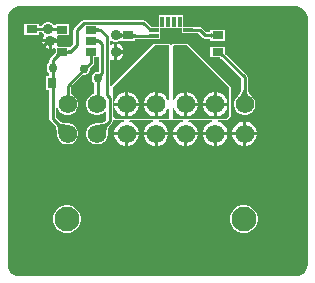
<source format=gbr>
%TF.GenerationSoftware,Altium Limited,Altium Designer,24.1.2 (44)*%
G04 Layer_Physical_Order=1*
G04 Layer_Color=255*
%FSLAX45Y45*%
%MOMM*%
%TF.SameCoordinates,140E097B-8517-4C1D-959E-99074445C54D*%
%TF.FilePolarity,Positive*%
%TF.FileFunction,Copper,L1,Top,Signal*%
%TF.Part,Single*%
G01*
G75*
%TA.AperFunction,SMDPad,CuDef*%
%ADD10C,0.76200*%
%ADD11R,0.66040X0.96520*%
%ADD12R,0.96520X0.66040*%
%ADD13R,0.90000X0.65000*%
%TA.AperFunction,SMDPad,SMDef*%
%ADD14R,0.30000X0.50000*%
%TA.AperFunction,SMDPad,CuDef*%
%ADD15R,0.85000X0.30000*%
%ADD16R,0.30000X0.85000*%
%TA.AperFunction,Conductor*%
%ADD17C,0.25400*%
%ADD18R,0.80000X1.30000*%
%ADD19R,0.80000X1.30000*%
%TA.AperFunction,ComponentPad*%
%ADD20C,1.56000*%
%ADD21C,2.10000*%
%TA.AperFunction,ViaPad*%
%ADD22C,0.88900*%
G36*
X1198035Y1139096D02*
X1216526Y1131437D01*
X1233166Y1120318D01*
X1247318Y1106166D01*
X1258437Y1089526D01*
X1266096Y1071035D01*
X1270000Y1051407D01*
Y1041400D01*
Y-1041400D01*
Y-1051407D01*
X1266096Y-1071036D01*
X1258437Y-1089526D01*
X1247318Y-1106166D01*
X1233166Y-1120318D01*
X1216526Y-1131437D01*
X1198035Y-1139096D01*
X1178407Y-1143000D01*
X-1178407D01*
X-1198036Y-1139096D01*
X-1216526Y-1131437D01*
X-1233166Y-1120318D01*
X-1247318Y-1106166D01*
X-1258437Y-1089526D01*
X-1266096Y-1071036D01*
X-1270000Y-1051407D01*
Y-1041400D01*
Y1041400D01*
Y1051407D01*
X-1266096Y1071035D01*
X-1258437Y1089526D01*
X-1247318Y1106166D01*
X-1233166Y1120318D01*
X-1216526Y1131437D01*
X-1198036Y1139096D01*
X-1178407Y1143000D01*
X1178407D01*
X1198035Y1139096D01*
D02*
G37*
%LPC*%
G36*
X-915732Y1009650D02*
X-938468D01*
X-959473Y1000949D01*
X-975549Y984873D01*
X-979547Y975223D01*
X-1005840D01*
Y991870D01*
X-1127760D01*
Y900430D01*
X-1005840D01*
Y923427D01*
X-976917D01*
X-975549Y920127D01*
X-959473Y904051D01*
X-964180Y892254D01*
X-972490Y877861D01*
X-976311Y863600D01*
X-875895D01*
X-875656Y863606D01*
Y882015D01*
X-872032Y878516D01*
X-868379Y875386D01*
X-864698Y872623D01*
X-860988Y870229D01*
X-857250Y868204D01*
X-855515Y867440D01*
X-854303Y868172D01*
X-852504Y869823D01*
X-851219Y871728D01*
X-850447Y873887D01*
X-850190Y876300D01*
Y865428D01*
X-849689Y865257D01*
X-845865Y864337D01*
X-842013Y863784D01*
X-838494Y863617D01*
X-842310Y877861D01*
X-848164Y888000D01*
X-841239Y900700D01*
X-748100D01*
Y991100D01*
X-863500D01*
Y981483D01*
X-876200Y978957D01*
X-878651Y984873D01*
X-894727Y1000949D01*
X-915732Y1009650D01*
D02*
G37*
G36*
X217000Y1066300D02*
X11600D01*
Y968800D01*
X-49275D01*
X-102587Y1022113D01*
X-110989Y1027726D01*
X-120900Y1029698D01*
X-621321D01*
X-631232Y1027726D01*
X-639633Y1022113D01*
X-704112Y957634D01*
X-709726Y949232D01*
X-711697Y939321D01*
Y823527D01*
X-738218Y797007D01*
X-748100Y801101D01*
Y801100D01*
X-841238D01*
X-848164Y813800D01*
X-842310Y823939D01*
X-838494Y838183D01*
X-842013Y838016D01*
X-845865Y837463D01*
X-849689Y836543D01*
X-850190Y836372D01*
Y825500D01*
X-850447Y827913D01*
X-851219Y830072D01*
X-852504Y831977D01*
X-854303Y833628D01*
X-855515Y834360D01*
X-857250Y833596D01*
X-860988Y831571D01*
X-864698Y829177D01*
X-868379Y826414D01*
X-872032Y823284D01*
X-875656Y819785D01*
Y838194D01*
X-875895Y838200D01*
X-894700D01*
Y781989D01*
X-880439Y785810D01*
X-876200Y788258D01*
X-863500Y780925D01*
Y762241D01*
X-863761Y761818D01*
X-863500Y760715D01*
Y760681D01*
X-863937Y759626D01*
X-863500Y758570D01*
Y750942D01*
X-864125Y749862D01*
X-866322Y746731D01*
X-873587Y738177D01*
X-878341Y733257D01*
X-878845Y731981D01*
X-907312Y703513D01*
X-912926Y695111D01*
X-914898Y685200D01*
Y666259D01*
X-917776Y665066D01*
X-932066Y650776D01*
X-939800Y632105D01*
Y611896D01*
X-932066Y593224D01*
X-917776Y578934D01*
X-914898Y577742D01*
Y556260D01*
X-941070D01*
Y434340D01*
X-914898D01*
Y190500D01*
X-912926Y180589D01*
X-907312Y172188D01*
X-869269Y134145D01*
X-868917Y133072D01*
X-865913Y129576D01*
X-863638Y126047D01*
X-861465Y121601D01*
X-859465Y116200D01*
X-857703Y109849D01*
X-856229Y102557D01*
X-855098Y94510D01*
X-853819Y75117D01*
X-853742Y64184D01*
X-852700Y61716D01*
Y51559D01*
X-846519Y28491D01*
X-834578Y7809D01*
X-817691Y-9078D01*
X-797009Y-21019D01*
X-773941Y-27200D01*
X-750059D01*
X-726991Y-21019D01*
X-706309Y-9078D01*
X-689422Y7809D01*
X-677481Y28491D01*
X-671300Y51559D01*
Y75441D01*
X-677481Y98509D01*
X-689422Y119191D01*
X-706309Y136078D01*
X-726991Y148019D01*
X-750059Y154200D01*
X-760216D01*
X-762684Y155242D01*
X-773617Y155319D01*
X-793010Y156598D01*
X-801057Y157729D01*
X-808351Y159204D01*
X-814700Y160965D01*
X-820099Y162964D01*
X-824547Y165138D01*
X-828076Y167413D01*
X-831572Y170417D01*
X-832645Y170769D01*
X-863102Y201227D01*
Y291313D01*
X-850402Y292985D01*
X-846519Y278491D01*
X-834578Y257809D01*
X-817691Y240922D01*
X-797009Y228981D01*
X-773941Y222800D01*
X-750059D01*
X-726991Y228981D01*
X-706309Y240922D01*
X-689422Y257809D01*
X-677481Y278491D01*
X-671300Y301559D01*
Y325441D01*
X-677481Y348509D01*
X-689422Y369191D01*
X-706309Y386078D01*
X-726991Y398019D01*
X-736102Y400460D01*
Y459173D01*
X-635283Y559992D01*
X-632405Y558800D01*
X-612195D01*
X-593524Y566534D01*
X-579234Y580824D01*
X-571500Y599495D01*
Y619705D01*
X-572692Y622583D01*
X-547488Y647788D01*
X-541874Y656189D01*
X-539902Y666100D01*
Y710700D01*
X-508498D01*
X-508100Y710700D01*
X-495798Y709740D01*
Y595934D01*
X-497896Y584200D01*
X-518105D01*
X-536776Y576466D01*
X-551066Y562176D01*
X-558800Y543505D01*
Y523295D01*
X-551066Y504624D01*
X-536776Y490334D01*
X-533898Y489142D01*
Y401532D01*
X-547009Y398019D01*
X-567691Y386078D01*
X-584578Y369191D01*
X-596519Y348509D01*
X-602700Y325441D01*
Y301559D01*
X-596519Y278491D01*
X-584578Y257809D01*
X-567691Y240922D01*
X-547009Y228981D01*
X-523941Y222800D01*
X-500059D01*
X-476991Y228981D01*
X-456309Y240922D01*
X-444998Y252233D01*
X-432298Y246973D01*
Y179827D01*
X-441355Y170769D01*
X-442428Y170417D01*
X-445924Y167413D01*
X-449453Y165138D01*
X-453899Y162965D01*
X-459300Y160965D01*
X-465651Y159203D01*
X-472943Y157729D01*
X-480990Y156598D01*
X-500383Y155319D01*
X-511316Y155242D01*
X-513784Y154200D01*
X-523941D01*
X-547009Y148019D01*
X-567691Y136078D01*
X-584578Y119191D01*
X-596519Y98509D01*
X-602700Y75441D01*
Y51559D01*
X-596519Y28491D01*
X-584578Y7809D01*
X-567691Y-9078D01*
X-547009Y-21019D01*
X-523941Y-27200D01*
X-500059D01*
X-476991Y-21019D01*
X-456309Y-9078D01*
X-439422Y7809D01*
X-427481Y28491D01*
X-421300Y51559D01*
Y61716D01*
X-420258Y64184D01*
X-420181Y75117D01*
X-418902Y94510D01*
X-417771Y102557D01*
X-416296Y109851D01*
X-414535Y116200D01*
X-412536Y121599D01*
X-410362Y126047D01*
X-408087Y129576D01*
X-405083Y133072D01*
X-404731Y134145D01*
X-388088Y150788D01*
X-382474Y159189D01*
X-380502Y169100D01*
Y179368D01*
X-368769Y184228D01*
X-365320Y180780D01*
X-355600Y176753D01*
X-355599Y176754D01*
X-287908D01*
X-286236Y164054D01*
X-301911Y159853D01*
X-325489Y146240D01*
X-344740Y126989D01*
X-358353Y103411D01*
X-365400Y77113D01*
Y76200D01*
X-158600D01*
Y77113D01*
X-165647Y103411D01*
X-179259Y126989D01*
X-198511Y146240D01*
X-222089Y159853D01*
X-237764Y164054D01*
X-236092Y176754D01*
X-37908D01*
X-36236Y164054D01*
X-51911Y159853D01*
X-75489Y146240D01*
X-94740Y126989D01*
X-108353Y103411D01*
X-115400Y77113D01*
Y76200D01*
X91400D01*
Y77113D01*
X84353Y103411D01*
X70741Y126989D01*
X51489Y146240D01*
X27911Y159853D01*
X12236Y164054D01*
X13908Y176754D01*
X97601D01*
X107321Y180779D01*
X117280D01*
X117280Y180780D01*
X127000Y176754D01*
X212092D01*
X213764Y164054D01*
X198089Y159853D01*
X174511Y146240D01*
X155260Y126989D01*
X141647Y103411D01*
X134600Y77113D01*
Y76200D01*
X341400D01*
Y77113D01*
X334353Y103411D01*
X320741Y126989D01*
X301489Y146240D01*
X277911Y159853D01*
X262236Y164054D01*
X263908Y176754D01*
X462092D01*
X463764Y164054D01*
X448089Y159853D01*
X424511Y146240D01*
X405260Y126989D01*
X391647Y103411D01*
X384600Y77113D01*
Y76200D01*
X591400D01*
Y77113D01*
X584353Y103411D01*
X570741Y126989D01*
X551489Y146240D01*
X527911Y159853D01*
X512236Y164054D01*
X513908Y176754D01*
X581600D01*
X591320Y180780D01*
X591321Y180780D01*
X616720Y206180D01*
X620747Y215900D01*
X620747Y215901D01*
Y457199D01*
X620747Y457200D01*
X616720Y466920D01*
X261120Y822520D01*
X251400Y826547D01*
X251400Y826546D01*
X135696D01*
X135034Y826272D01*
X134348Y826480D01*
X130259Y824295D01*
X125976Y822520D01*
X125701Y821858D01*
X125070Y821521D01*
X124999Y821435D01*
X114380Y816005D01*
X107321Y822520D01*
X97601Y826546D01*
X-25399D01*
X-25400Y826547D01*
X-35120Y822520D01*
X-390720Y466920D01*
X-393202Y460928D01*
X-405902Y463455D01*
Y690143D01*
X-393202Y696704D01*
X-382561Y690560D01*
X-368300Y686739D01*
Y755650D01*
Y824561D01*
X-382561Y820740D01*
X-393202Y814596D01*
X-405902Y821157D01*
Y846870D01*
X-393202Y852130D01*
X-387973Y846901D01*
X-366968Y838200D01*
X-344232D01*
X-326525Y845535D01*
X-314959Y849629D01*
X-314960Y849630D01*
X-314959Y849630D01*
X-193040D01*
Y865306D01*
X-192737Y865428D01*
X-190864Y865927D01*
X-188179Y866369D01*
X-184755Y866667D01*
X-180287Y866783D01*
X-179064Y867328D01*
X-85900D01*
Y863400D01*
X24500D01*
Y955900D01*
X204100D01*
Y913400D01*
X299705D01*
X301495Y912659D01*
X302787Y913193D01*
X304158Y912918D01*
X314501Y913400D01*
Y914119D01*
X322539Y914635D01*
X326952Y914654D01*
X328262Y915203D01*
X346018D01*
X384183Y877038D01*
X392584Y871424D01*
X402495Y869452D01*
X433064D01*
X434288Y868908D01*
X438755Y868792D01*
X442180Y868493D01*
X444864Y868051D01*
X446736Y867553D01*
X447040Y867430D01*
Y849630D01*
X568960D01*
Y941070D01*
X447040D01*
Y923269D01*
X446737Y923147D01*
X444864Y922649D01*
X442179Y922207D01*
X438755Y921908D01*
X434287Y921792D01*
X433064Y921248D01*
X413222D01*
X375057Y959413D01*
X366655Y965027D01*
X356745Y966998D01*
X328414D01*
X327165Y967544D01*
X314501Y967793D01*
Y968801D01*
X304158Y969283D01*
X302787Y969007D01*
X301495Y969542D01*
X299705Y968800D01*
X217000D01*
Y1066300D01*
D02*
G37*
G36*
X-920100Y838200D02*
X-976311D01*
X-972490Y823939D01*
X-963294Y808011D01*
X-950289Y795006D01*
X-934361Y785810D01*
X-920100Y781989D01*
Y838200D01*
D02*
G37*
G36*
X-342900Y824561D02*
Y768350D01*
X-327355D01*
X-323856Y768442D01*
Y786765D01*
X-320232Y783266D01*
X-316579Y780136D01*
X-312898Y777373D01*
X-309188Y774979D01*
X-305788Y773137D01*
X-304241Y774573D01*
X-302971Y776478D01*
X-302209Y778637D01*
X-301955Y781050D01*
Y771416D01*
X-301684Y771296D01*
X-297889Y770007D01*
X-294065Y769087D01*
X-290213Y768534D01*
X-286694Y768367D01*
X-290510Y782611D01*
X-299706Y798539D01*
X-312711Y811544D01*
X-328639Y820740D01*
X-342900Y824561D01*
D02*
G37*
G36*
X-327355Y742950D02*
X-342900D01*
Y686739D01*
X-328639Y690560D01*
X-312711Y699756D01*
X-299706Y712761D01*
X-290510Y728689D01*
X-286694Y742933D01*
X-290213Y742766D01*
X-294065Y742213D01*
X-297889Y741293D01*
X-301684Y740004D01*
X-301955Y739884D01*
Y730250D01*
X-302209Y732663D01*
X-302971Y734822D01*
X-304241Y736727D01*
X-305788Y738163D01*
X-309188Y736321D01*
X-312898Y733927D01*
X-316579Y731164D01*
X-320232Y728034D01*
X-323856Y724535D01*
Y742858D01*
X-327355Y742950D01*
D02*
G37*
G36*
X568960Y801370D02*
X447040D01*
Y709930D01*
X516953D01*
X517891Y709356D01*
X518990Y709621D01*
X520034Y709188D01*
X521825Y709930D01*
X528556D01*
X529927Y709146D01*
X533025Y706991D01*
X541524Y699800D01*
X546407Y695085D01*
X547683Y694583D01*
X710702Y531563D01*
Y439060D01*
X710193Y438052D01*
X709848Y433501D01*
X708968Y429403D01*
X707367Y424691D01*
X704971Y419401D01*
X701739Y413579D01*
X697648Y407273D01*
X692777Y400640D01*
X680068Y385687D01*
X672455Y377695D01*
X671531Y375299D01*
X665422Y369191D01*
X653481Y348509D01*
X647300Y325441D01*
Y301559D01*
X653481Y278491D01*
X665422Y257809D01*
X682309Y240922D01*
X702991Y228981D01*
X726059Y222800D01*
X749941D01*
X773009Y228981D01*
X793691Y240922D01*
X810578Y257809D01*
X822519Y278491D01*
X828700Y301559D01*
Y325441D01*
X822519Y348509D01*
X810578Y369191D01*
X802369Y377400D01*
X801395Y379811D01*
X786487Y394977D01*
X780674Y401725D01*
X775660Y408211D01*
X771533Y414294D01*
X768273Y419948D01*
X765863Y425118D01*
X764250Y429770D01*
X763359Y433873D01*
X763007Y438514D01*
X762498Y439522D01*
Y542290D01*
X760526Y552201D01*
X754912Y560602D01*
X584440Y731075D01*
X583989Y732289D01*
X574994Y741976D01*
X572005Y745712D01*
X569743Y748964D01*
X568960Y750334D01*
Y757065D01*
X569702Y758856D01*
X569269Y759900D01*
X569534Y760999D01*
X568960Y761936D01*
Y801370D01*
D02*
G37*
G36*
X751613Y166900D02*
X750700D01*
Y76200D01*
X841400D01*
Y77113D01*
X834353Y103411D01*
X820741Y126989D01*
X801489Y146240D01*
X777911Y159853D01*
X751613Y166900D01*
D02*
G37*
G36*
X725300D02*
X724387D01*
X698089Y159853D01*
X674511Y146240D01*
X655260Y126989D01*
X641647Y103411D01*
X634600Y77113D01*
Y76200D01*
X725300D01*
Y166900D01*
D02*
G37*
G36*
X841400Y50800D02*
X750700D01*
Y-39900D01*
X751613D01*
X777911Y-32853D01*
X801489Y-19240D01*
X820741Y11D01*
X834353Y23589D01*
X841400Y49887D01*
Y50800D01*
D02*
G37*
G36*
X725300D02*
X634600D01*
Y49887D01*
X641647Y23589D01*
X655260Y11D01*
X674511Y-19240D01*
X698089Y-32853D01*
X724387Y-39900D01*
X725300D01*
Y50800D01*
D02*
G37*
G36*
X591400D02*
X500700D01*
Y-39900D01*
X501613D01*
X527911Y-32853D01*
X551489Y-19240D01*
X570741Y11D01*
X584353Y23589D01*
X591400Y49887D01*
Y50800D01*
D02*
G37*
G36*
X475300D02*
X384600D01*
Y49887D01*
X391647Y23589D01*
X405260Y11D01*
X424511Y-19240D01*
X448089Y-32853D01*
X474387Y-39900D01*
X475300D01*
Y50800D01*
D02*
G37*
G36*
X341400D02*
X250700D01*
Y-39900D01*
X251613D01*
X277911Y-32853D01*
X301489Y-19240D01*
X320741Y11D01*
X334353Y23589D01*
X341400Y49887D01*
Y50800D01*
D02*
G37*
G36*
X225300D02*
X134600D01*
Y49887D01*
X141647Y23589D01*
X155260Y11D01*
X174511Y-19240D01*
X198089Y-32853D01*
X224387Y-39900D01*
X225300D01*
Y50800D01*
D02*
G37*
G36*
X91400D02*
X700D01*
Y-39900D01*
X1613D01*
X27911Y-32853D01*
X51489Y-19240D01*
X70741Y11D01*
X84353Y23589D01*
X91400Y49887D01*
Y50800D01*
D02*
G37*
G36*
X-24700D02*
X-115400D01*
Y49887D01*
X-108353Y23589D01*
X-94740Y11D01*
X-75489Y-19240D01*
X-51911Y-32853D01*
X-25613Y-39900D01*
X-24700D01*
Y50800D01*
D02*
G37*
G36*
X-158600D02*
X-249300D01*
Y-39900D01*
X-248387D01*
X-222089Y-32853D01*
X-198511Y-19240D01*
X-179259Y11D01*
X-165647Y23589D01*
X-158600Y49887D01*
Y50800D01*
D02*
G37*
G36*
X-274700D02*
X-365400D01*
Y49887D01*
X-358353Y23589D01*
X-344740Y11D01*
X-325489Y-19240D01*
X-301911Y-32853D01*
X-275613Y-39900D01*
X-274700D01*
Y50800D01*
D02*
G37*
G36*
X745995Y-541300D02*
X715004D01*
X685069Y-549321D01*
X658230Y-564816D01*
X636316Y-586730D01*
X620821Y-613570D01*
X612800Y-643504D01*
Y-674495D01*
X620821Y-704430D01*
X636316Y-731270D01*
X658230Y-753183D01*
X685069Y-768679D01*
X715004Y-776700D01*
X745995D01*
X775930Y-768679D01*
X802770Y-753183D01*
X824683Y-731270D01*
X840179Y-704430D01*
X848200Y-674495D01*
Y-643504D01*
X840179Y-613570D01*
X824683Y-586730D01*
X802770Y-564816D01*
X775930Y-549321D01*
X745995Y-541300D01*
D02*
G37*
G36*
X-751504D02*
X-782496D01*
X-812430Y-549321D01*
X-839270Y-564816D01*
X-861183Y-586730D01*
X-876679Y-613570D01*
X-884700Y-643504D01*
Y-674495D01*
X-876679Y-704430D01*
X-861183Y-731270D01*
X-839270Y-753183D01*
X-812430Y-768679D01*
X-782496Y-776700D01*
X-751504D01*
X-721570Y-768679D01*
X-694730Y-753183D01*
X-672817Y-731270D01*
X-657321Y-704430D01*
X-649300Y-674495D01*
Y-643504D01*
X-657321Y-613570D01*
X-672817Y-586730D01*
X-694730Y-564816D01*
X-721570Y-549321D01*
X-751504Y-541300D01*
D02*
G37*
%LPD*%
G36*
X301749Y955416D02*
X302511Y955077D01*
X303781Y954778D01*
X305559Y954519D01*
X310639Y954120D01*
X326895Y953800D01*
Y928400D01*
X322069Y928380D01*
X302511Y927123D01*
X301749Y926784D01*
X301495Y926405D01*
Y955795D01*
X301749Y955416D01*
D02*
G37*
G36*
X-520851Y968887D02*
X-520089Y966728D01*
X-518819Y964823D01*
X-517041Y963172D01*
X-514755Y961775D01*
X-511961Y960632D01*
X-508659Y959743D01*
X-504849Y959108D01*
X-500531Y958727D01*
X-495705Y958600D01*
Y933200D01*
X-500531Y933073D01*
X-504849Y932692D01*
X-508659Y932057D01*
X-511961Y931168D01*
X-514755Y930025D01*
X-517041Y928628D01*
X-518819Y926977D01*
X-520089Y925072D01*
X-520851Y922913D01*
X-521105Y920500D01*
Y971300D01*
X-520851Y968887D01*
D02*
G37*
G36*
X460350Y869950D02*
X460093Y872363D01*
X459321Y874522D01*
X458036Y876427D01*
X456237Y878078D01*
X453923Y879475D01*
X451096Y880618D01*
X447754Y881507D01*
X443899Y882142D01*
X439529Y882523D01*
X434645Y882650D01*
Y908050D01*
X439529Y908177D01*
X443899Y908558D01*
X447754Y909193D01*
X451096Y910082D01*
X453923Y911225D01*
X456237Y912622D01*
X458036Y914273D01*
X459321Y916178D01*
X460093Y918337D01*
X460350Y920750D01*
Y869950D01*
D02*
G37*
G36*
X-320232Y922966D02*
X-316579Y919836D01*
X-312898Y917073D01*
X-309188Y914679D01*
X-305788Y912837D01*
X-304241Y914273D01*
X-302971Y916178D01*
X-302209Y918337D01*
X-301955Y920750D01*
Y911116D01*
X-301684Y910996D01*
X-297889Y909707D01*
X-294065Y908787D01*
X-290213Y908234D01*
X-286333Y908050D01*
Y882650D01*
X-290213Y882466D01*
X-294065Y881913D01*
X-297889Y880993D01*
X-301684Y879704D01*
X-301955Y879584D01*
Y869950D01*
X-302209Y872363D01*
X-302971Y874522D01*
X-304241Y876427D01*
X-305788Y877863D01*
X-309188Y876021D01*
X-312898Y873627D01*
X-316579Y870864D01*
X-320232Y867734D01*
X-323856Y864235D01*
Y882558D01*
X-327355Y882650D01*
Y908050D01*
X-323856Y908142D01*
Y926465D01*
X-320232Y922966D01*
D02*
G37*
G36*
X-206093Y916212D02*
X-205321Y914053D01*
X-204036Y912148D01*
X-202237Y910497D01*
X-199923Y909100D01*
X-197096Y907957D01*
X-193754Y907068D01*
X-189899Y906433D01*
X-185529Y906052D01*
X-180645Y905925D01*
Y880525D01*
X-185529Y880398D01*
X-189899Y880017D01*
X-193754Y879382D01*
X-197096Y878493D01*
X-199923Y877350D01*
X-202237Y875953D01*
X-204036Y874302D01*
X-205321Y872397D01*
X-206093Y870238D01*
X-206350Y867825D01*
Y918625D01*
X-206093Y916212D01*
D02*
G37*
G36*
X-520851Y873887D02*
X-520089Y871728D01*
X-518819Y869823D01*
X-517041Y868172D01*
X-514755Y866775D01*
X-511961Y865632D01*
X-508659Y864743D01*
X-504849Y864108D01*
X-500531Y863727D01*
X-495705Y863600D01*
Y838200D01*
X-500531Y838073D01*
X-504849Y837692D01*
X-508659Y837057D01*
X-511961Y836168D01*
X-514755Y835025D01*
X-517041Y833628D01*
X-518819Y831977D01*
X-520089Y830072D01*
X-520851Y827913D01*
X-521105Y825500D01*
Y876300D01*
X-520851Y873887D01*
D02*
G37*
G36*
X-760921Y773221D02*
X-760369Y772251D01*
X-759449Y771396D01*
X-758160Y770654D01*
X-756504Y770026D01*
X-754479Y769513D01*
X-752086Y769114D01*
X-749326Y768828D01*
X-742700Y768600D01*
Y743200D01*
X-746197Y743143D01*
X-752086Y742687D01*
X-754479Y742287D01*
X-756504Y741774D01*
X-758160Y741146D01*
X-759449Y740405D01*
X-760369Y739549D01*
X-760921Y738579D01*
X-761105Y737495D01*
Y774305D01*
X-760921Y773221D01*
D02*
G37*
G36*
X-814574Y724010D02*
X-816522Y725416D01*
X-818836Y726104D01*
X-821515Y726073D01*
X-824559Y725325D01*
X-827968Y723857D01*
X-831743Y721672D01*
X-835883Y718767D01*
X-840388Y715145D01*
X-850495Y705744D01*
X-868456Y723705D01*
X-863396Y728941D01*
X-855433Y738317D01*
X-852528Y742457D01*
X-850343Y746232D01*
X-848875Y749641D01*
X-848127Y752685D01*
X-848096Y755364D01*
X-848784Y757678D01*
X-850190Y759626D01*
X-814574Y724010D01*
D02*
G37*
G36*
X97601Y353041D02*
X84901Y351369D01*
X84353Y353411D01*
X70741Y376989D01*
X51489Y396241D01*
X27911Y409853D01*
X1613Y416900D01*
X700D01*
Y313500D01*
Y210100D01*
X1613D01*
X27911Y217147D01*
X51489Y230760D01*
X70741Y250011D01*
X84353Y273589D01*
X84901Y275631D01*
X97601Y273959D01*
Y190500D01*
X-355600D01*
X-381000Y215900D01*
Y457200D01*
X-25400Y812800D01*
X97601D01*
Y353041D01*
D02*
G37*
G36*
X607000Y457200D02*
Y215900D01*
X581600Y190500D01*
X127000D01*
Y279182D01*
X139700Y280854D01*
X141647Y273589D01*
X155260Y250011D01*
X174511Y230760D01*
X198089Y217147D01*
X224387Y210100D01*
X225300D01*
Y313500D01*
Y416900D01*
X224387D01*
X198089Y409853D01*
X174511Y396241D01*
X155260Y376989D01*
X141647Y353411D01*
X139700Y346146D01*
X127000Y347818D01*
Y664355D01*
X128226Y666190D01*
X130198Y676101D01*
Y806100D01*
X135696Y812800D01*
X251400D01*
X607000Y457200D01*
D02*
G37*
G36*
X-415509Y142031D02*
X-419128Y137818D01*
X-422355Y132814D01*
X-425188Y127019D01*
X-427627Y120431D01*
X-429674Y113052D01*
X-431326Y104881D01*
X-432586Y95919D01*
X-433925Y75618D01*
X-434004Y64280D01*
X-511220Y141496D01*
X-499882Y141575D01*
X-479581Y142914D01*
X-470619Y144174D01*
X-462448Y145826D01*
X-455069Y147873D01*
X-448481Y150312D01*
X-442686Y153145D01*
X-437682Y156372D01*
X-433469Y159991D01*
X-415509Y142031D01*
D02*
G37*
G36*
X-836318Y156372D02*
X-831314Y153145D01*
X-825519Y150312D01*
X-818931Y147873D01*
X-811552Y145826D01*
X-803381Y144174D01*
X-794419Y142914D01*
X-774118Y141575D01*
X-762780Y141496D01*
X-839996Y64280D01*
X-840075Y75618D01*
X-841414Y95919D01*
X-842674Y104881D01*
X-844326Y113052D01*
X-846373Y120431D01*
X-848812Y127019D01*
X-851645Y132814D01*
X-854872Y137818D01*
X-858491Y142031D01*
X-840531Y159991D01*
X-836318Y156372D01*
D02*
G37*
%LPC*%
G36*
X-24700Y416900D02*
X-25613D01*
X-51911Y409853D01*
X-75489Y396241D01*
X-94740Y376989D01*
X-108353Y353411D01*
X-115400Y327113D01*
Y326200D01*
X-24700D01*
Y416900D01*
D02*
G37*
G36*
X-248387D02*
X-249300D01*
Y326200D01*
X-158600D01*
Y327113D01*
X-165647Y353411D01*
X-179259Y376989D01*
X-198511Y396241D01*
X-222089Y409853D01*
X-248387Y416900D01*
D02*
G37*
G36*
X-274700D02*
X-275613D01*
X-301911Y409853D01*
X-325489Y396241D01*
X-344740Y376989D01*
X-358353Y353411D01*
X-365400Y327113D01*
Y326200D01*
X-274700D01*
Y416900D01*
D02*
G37*
G36*
X-24700Y300800D02*
X-115400D01*
Y299887D01*
X-108353Y273589D01*
X-94740Y250011D01*
X-75489Y230760D01*
X-51911Y217147D01*
X-25613Y210100D01*
X-24700D01*
Y300800D01*
D02*
G37*
G36*
X-158600D02*
X-249300D01*
Y210100D01*
X-248387D01*
X-222089Y217147D01*
X-198511Y230760D01*
X-179259Y250011D01*
X-165647Y273589D01*
X-158600Y299887D01*
Y300800D01*
D02*
G37*
G36*
X-274700D02*
X-365400D01*
Y299887D01*
X-358353Y273589D01*
X-344740Y250011D01*
X-325489Y230760D01*
X-301911Y217147D01*
X-275613Y210100D01*
X-274700D01*
Y300800D01*
D02*
G37*
G36*
X501613Y416900D02*
X500700D01*
Y326200D01*
X591400D01*
Y327113D01*
X584353Y353411D01*
X570741Y376989D01*
X551489Y396241D01*
X527911Y409853D01*
X501613Y416900D01*
D02*
G37*
G36*
X475300D02*
X474387D01*
X448089Y409853D01*
X424511Y396241D01*
X405260Y376989D01*
X391647Y353411D01*
X384600Y327113D01*
Y326200D01*
X475300D01*
Y416900D01*
D02*
G37*
G36*
X251613D02*
X250700D01*
Y326200D01*
X341400D01*
Y327113D01*
X334353Y353411D01*
X320741Y376989D01*
X301489Y396241D01*
X277911Y409853D01*
X251613Y416900D01*
D02*
G37*
G36*
X591400Y300800D02*
X500700D01*
Y210100D01*
X501613D01*
X527911Y217147D01*
X551489Y230760D01*
X570741Y250011D01*
X584353Y273589D01*
X591400Y299887D01*
Y300800D01*
D02*
G37*
G36*
X475300D02*
X384600D01*
Y299887D01*
X391647Y273589D01*
X405260Y250011D01*
X424511Y230760D01*
X448089Y217147D01*
X474387Y210100D01*
X475300D01*
Y300800D01*
D02*
G37*
G36*
X341400D02*
X250700D01*
Y210100D01*
X251613D01*
X277911Y217147D01*
X301489Y230760D01*
X320741Y250011D01*
X334353Y273589D01*
X341400Y299887D01*
Y300800D01*
D02*
G37*
%LPD*%
G36*
X554518Y756880D02*
X553800Y754545D01*
Y751851D01*
X554518Y748798D01*
X555955Y745385D01*
X558110Y741614D01*
X560984Y737483D01*
X564576Y732993D01*
X573916Y722935D01*
X555955Y704974D01*
X550747Y710003D01*
X541407Y717906D01*
X537276Y720780D01*
X533505Y722935D01*
X530092Y724372D01*
X527039Y725090D01*
X524345D01*
X522010Y724372D01*
X520034Y722935D01*
X555955Y758856D01*
X554518Y756880D01*
D02*
G37*
G36*
X749723Y431888D02*
X750992Y426045D01*
X753106Y419949D01*
X756067Y413599D01*
X759873Y406995D01*
X764525Y400138D01*
X770023Y393028D01*
X776366Y385663D01*
X791592Y370174D01*
X682409Y368214D01*
X690292Y376490D01*
X703569Y392112D01*
X708963Y399457D01*
X713527Y406492D01*
X717261Y413217D01*
X720166Y419632D01*
X722240Y425737D01*
X723485Y431531D01*
X723900Y437015D01*
X749300Y437477D01*
X749723Y431888D01*
D02*
G37*
D10*
X-889000Y622000D02*
D03*
X-508000Y533400D02*
D03*
X-622300Y609600D02*
D03*
D11*
X-1035050Y495300D02*
D03*
X-895350D02*
D03*
D12*
X-1066800Y806450D02*
D03*
Y946150D02*
D03*
X508000Y895350D02*
D03*
Y755650D02*
D03*
X-254000D02*
D03*
Y895350D02*
D03*
D13*
X-805800Y945900D02*
D03*
Y850900D02*
D03*
Y755900D02*
D03*
X-565800D02*
D03*
Y850900D02*
D03*
Y945900D02*
D03*
D14*
X46100Y741500D02*
D03*
X84200D02*
D03*
X184200D02*
D03*
X146100D02*
D03*
D15*
X259300Y891100D02*
D03*
Y941100D02*
D03*
X-30700Y891100D02*
D03*
Y941100D02*
D03*
D16*
X39300Y1011100D02*
D03*
X89300D02*
D03*
X139300D02*
D03*
X189300D02*
D03*
D17*
X-969033Y806450D02*
X-924583Y850900D01*
X-907400D01*
X-1066800Y806450D02*
X-969033D01*
X-1063625Y949325D02*
X-930275D01*
X-1066800Y946150D02*
X-1063625Y949325D01*
X-930275D02*
X-927100Y952500D01*
X-889000Y558800D02*
Y685200D01*
X-469900Y575500D02*
Y825500D01*
X-512000Y533400D02*
X-469900Y575500D01*
X-512000Y313500D02*
X-508000Y317500D01*
Y533400D01*
X-622300Y609600D02*
X-565800Y666100D01*
Y755900D01*
X-762000Y469900D02*
X-622300Y609600D01*
X-762000Y313500D02*
Y469900D01*
X-809100Y949200D02*
X-805800Y945900D01*
X-927100Y952500D02*
X-923800Y949200D01*
X-809100D01*
X-907400Y850900D02*
X-805800D01*
X-495300D02*
X-469900Y825500D01*
X-565800Y850900D02*
X-495300D01*
X523240Y755650D02*
X736600Y542290D01*
Y314900D02*
Y542290D01*
Y314900D02*
X738000Y313500D01*
X508000Y755650D02*
X523240D01*
X-406400Y169100D02*
Y368300D01*
X-512000Y63500D02*
X-406400Y169100D01*
X-431800Y393700D02*
X-406400Y368300D01*
X-431800Y393700D02*
Y889000D01*
X-355600Y755650D02*
X-254000D01*
X-355600Y895350D02*
X-254000D01*
X-889000Y190500D02*
Y558800D01*
Y685200D02*
X-818300Y755900D01*
X-889000Y190500D02*
X-762000Y63500D01*
X-742700Y755900D02*
X-685800Y812800D01*
X-818300Y755900D02*
X-742700D01*
X-685800Y812800D02*
Y939321D01*
X-621321Y1003800D01*
X-120900D01*
X-58200Y941100D01*
X-30700D01*
X-488700Y945900D02*
X-431800Y889000D01*
X-565800Y945900D02*
X-488700D01*
X-32825Y893225D02*
X-30700Y891100D01*
X-251875Y893225D02*
X-32825D01*
X-254000Y895350D02*
X-251875Y893225D01*
X402495Y895350D02*
X508000D01*
X356745Y941100D02*
X402495Y895350D01*
X259300Y941100D02*
X356745D01*
D18*
X64300Y741100D02*
D03*
D19*
X164300D02*
D03*
D20*
X738000Y313500D02*
D03*
X488000D02*
D03*
X238000D02*
D03*
X-12000D02*
D03*
X-262000D02*
D03*
X-512000D02*
D03*
X-762000D02*
D03*
X738000Y63500D02*
D03*
X488000D02*
D03*
X238000D02*
D03*
X-12000D02*
D03*
X-262000D02*
D03*
X-512000D02*
D03*
X-762000D02*
D03*
D21*
X-767000Y-659000D02*
D03*
X730500D02*
D03*
D22*
X-927100Y952500D02*
D03*
X-907400Y850900D02*
D03*
X-355600Y755650D02*
D03*
Y895350D02*
D03*
%TF.MD5,36cd75d03d95db2dab981cc79a811980*%
M02*

</source>
